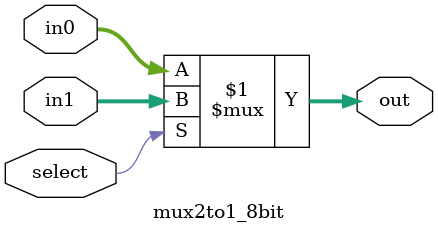
<source format=v>
module mux2to1_8bit(out, in0, in1, select);
  output [7:0] out;
  input [7:0] in0;
  input [7:0] in1;
  input select;

  assign out = select ? in1 : in0;


endmodule

</source>
